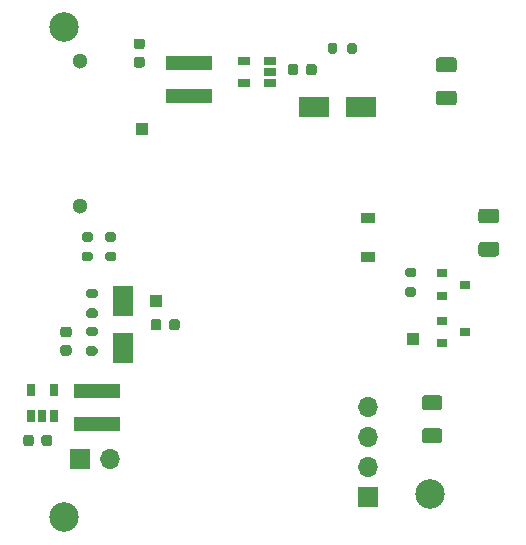
<source format=gbr>
%TF.GenerationSoftware,KiCad,Pcbnew,(5.1.10)-1*%
%TF.CreationDate,2022-05-30T19:02:36+03:00*%
%TF.ProjectId,night-light,6e696768-742d-46c6-9967-68742e6b6963,rev?*%
%TF.SameCoordinates,Original*%
%TF.FileFunction,Soldermask,Top*%
%TF.FilePolarity,Negative*%
%FSLAX46Y46*%
G04 Gerber Fmt 4.6, Leading zero omitted, Abs format (unit mm)*
G04 Created by KiCad (PCBNEW (5.1.10)-1) date 2022-05-30 19:02:36*
%MOMM*%
%LPD*%
G01*
G04 APERTURE LIST*
%ADD10C,2.500000*%
%ADD11R,1.000000X1.000000*%
%ADD12R,1.200000X0.900000*%
%ADD13R,3.900000X1.200000*%
%ADD14R,1.060000X0.650000*%
%ADD15R,0.650000X1.060000*%
%ADD16C,1.300000*%
%ADD17R,0.900000X0.800000*%
%ADD18O,1.700000X1.700000*%
%ADD19R,1.700000X1.700000*%
%ADD20R,2.500000X1.800000*%
%ADD21R,1.800000X2.500000*%
G04 APERTURE END LIST*
D10*
%TO.C,REF\u002A\u002A*%
X55800000Y-60100000D03*
%TD*%
%TO.C,REF\u002A\u002A*%
X24800000Y-20600000D03*
%TD*%
%TO.C,REF\u002A\u002A*%
X24800000Y-62100000D03*
%TD*%
D11*
%TO.C,REF\u002A\u002A*%
X31400000Y-29200000D03*
%TD*%
%TO.C,REF\u002A\u002A*%
X32600000Y-43800000D03*
%TD*%
%TO.C,REF\u002A\u002A*%
X54400000Y-47000000D03*
%TD*%
D12*
%TO.C,D1*%
X50600000Y-36750000D03*
X50600000Y-40050000D03*
%TD*%
D13*
%TO.C,L2*%
X35400000Y-26400000D03*
X35400000Y-23600000D03*
%TD*%
%TO.C,L1*%
X27600000Y-51400000D03*
X27600000Y-54200000D03*
%TD*%
D14*
%TO.C,U2*%
X40100000Y-25350000D03*
X40100000Y-23450000D03*
X42300000Y-23450000D03*
X42300000Y-24400000D03*
X42300000Y-25350000D03*
%TD*%
D15*
%TO.C,U1*%
X22050000Y-51300000D03*
X23950000Y-51300000D03*
X23950000Y-53500000D03*
X23000000Y-53500000D03*
X22050000Y-53500000D03*
%TD*%
D16*
%TO.C,SW1*%
X26200000Y-35750000D03*
X26200000Y-23450000D03*
%TD*%
%TO.C,R6*%
G36*
G01*
X47975000Y-22125000D02*
X47975000Y-22675000D01*
G75*
G02*
X47775000Y-22875000I-200000J0D01*
G01*
X47375000Y-22875000D01*
G75*
G02*
X47175000Y-22675000I0J200000D01*
G01*
X47175000Y-22125000D01*
G75*
G02*
X47375000Y-21925000I200000J0D01*
G01*
X47775000Y-21925000D01*
G75*
G02*
X47975000Y-22125000I0J-200000D01*
G01*
G37*
G36*
G01*
X49625000Y-22125000D02*
X49625000Y-22675000D01*
G75*
G02*
X49425000Y-22875000I-200000J0D01*
G01*
X49025000Y-22875000D01*
G75*
G02*
X48825000Y-22675000I0J200000D01*
G01*
X48825000Y-22125000D01*
G75*
G02*
X49025000Y-21925000I200000J0D01*
G01*
X49425000Y-21925000D01*
G75*
G02*
X49625000Y-22125000I0J-200000D01*
G01*
G37*
%TD*%
%TO.C,R5*%
G36*
G01*
X53925000Y-42625000D02*
X54475000Y-42625000D01*
G75*
G02*
X54675000Y-42825000I0J-200000D01*
G01*
X54675000Y-43225000D01*
G75*
G02*
X54475000Y-43425000I-200000J0D01*
G01*
X53925000Y-43425000D01*
G75*
G02*
X53725000Y-43225000I0J200000D01*
G01*
X53725000Y-42825000D01*
G75*
G02*
X53925000Y-42625000I200000J0D01*
G01*
G37*
G36*
G01*
X53925000Y-40975000D02*
X54475000Y-40975000D01*
G75*
G02*
X54675000Y-41175000I0J-200000D01*
G01*
X54675000Y-41575000D01*
G75*
G02*
X54475000Y-41775000I-200000J0D01*
G01*
X53925000Y-41775000D01*
G75*
G02*
X53725000Y-41575000I0J200000D01*
G01*
X53725000Y-41175000D01*
G75*
G02*
X53925000Y-40975000I200000J0D01*
G01*
G37*
%TD*%
%TO.C,R4*%
G36*
G01*
X27475000Y-43575000D02*
X26925000Y-43575000D01*
G75*
G02*
X26725000Y-43375000I0J200000D01*
G01*
X26725000Y-42975000D01*
G75*
G02*
X26925000Y-42775000I200000J0D01*
G01*
X27475000Y-42775000D01*
G75*
G02*
X27675000Y-42975000I0J-200000D01*
G01*
X27675000Y-43375000D01*
G75*
G02*
X27475000Y-43575000I-200000J0D01*
G01*
G37*
G36*
G01*
X27475000Y-45225000D02*
X26925000Y-45225000D01*
G75*
G02*
X26725000Y-45025000I0J200000D01*
G01*
X26725000Y-44625000D01*
G75*
G02*
X26925000Y-44425000I200000J0D01*
G01*
X27475000Y-44425000D01*
G75*
G02*
X27675000Y-44625000I0J-200000D01*
G01*
X27675000Y-45025000D01*
G75*
G02*
X27475000Y-45225000I-200000J0D01*
G01*
G37*
%TD*%
%TO.C,R3*%
G36*
G01*
X27475000Y-46775000D02*
X26925000Y-46775000D01*
G75*
G02*
X26725000Y-46575000I0J200000D01*
G01*
X26725000Y-46175000D01*
G75*
G02*
X26925000Y-45975000I200000J0D01*
G01*
X27475000Y-45975000D01*
G75*
G02*
X27675000Y-46175000I0J-200000D01*
G01*
X27675000Y-46575000D01*
G75*
G02*
X27475000Y-46775000I-200000J0D01*
G01*
G37*
G36*
G01*
X27475000Y-48425000D02*
X26925000Y-48425000D01*
G75*
G02*
X26725000Y-48225000I0J200000D01*
G01*
X26725000Y-47825000D01*
G75*
G02*
X26925000Y-47625000I200000J0D01*
G01*
X27475000Y-47625000D01*
G75*
G02*
X27675000Y-47825000I0J-200000D01*
G01*
X27675000Y-48225000D01*
G75*
G02*
X27475000Y-48425000I-200000J0D01*
G01*
G37*
%TD*%
%TO.C,R2*%
G36*
G01*
X29075000Y-38775000D02*
X28525000Y-38775000D01*
G75*
G02*
X28325000Y-38575000I0J200000D01*
G01*
X28325000Y-38175000D01*
G75*
G02*
X28525000Y-37975000I200000J0D01*
G01*
X29075000Y-37975000D01*
G75*
G02*
X29275000Y-38175000I0J-200000D01*
G01*
X29275000Y-38575000D01*
G75*
G02*
X29075000Y-38775000I-200000J0D01*
G01*
G37*
G36*
G01*
X29075000Y-40425000D02*
X28525000Y-40425000D01*
G75*
G02*
X28325000Y-40225000I0J200000D01*
G01*
X28325000Y-39825000D01*
G75*
G02*
X28525000Y-39625000I200000J0D01*
G01*
X29075000Y-39625000D01*
G75*
G02*
X29275000Y-39825000I0J-200000D01*
G01*
X29275000Y-40225000D01*
G75*
G02*
X29075000Y-40425000I-200000J0D01*
G01*
G37*
%TD*%
%TO.C,R1*%
G36*
G01*
X26525000Y-39625000D02*
X27075000Y-39625000D01*
G75*
G02*
X27275000Y-39825000I0J-200000D01*
G01*
X27275000Y-40225000D01*
G75*
G02*
X27075000Y-40425000I-200000J0D01*
G01*
X26525000Y-40425000D01*
G75*
G02*
X26325000Y-40225000I0J200000D01*
G01*
X26325000Y-39825000D01*
G75*
G02*
X26525000Y-39625000I200000J0D01*
G01*
G37*
G36*
G01*
X26525000Y-37975000D02*
X27075000Y-37975000D01*
G75*
G02*
X27275000Y-38175000I0J-200000D01*
G01*
X27275000Y-38575000D01*
G75*
G02*
X27075000Y-38775000I-200000J0D01*
G01*
X26525000Y-38775000D01*
G75*
G02*
X26325000Y-38575000I0J200000D01*
G01*
X26325000Y-38175000D01*
G75*
G02*
X26525000Y-37975000I200000J0D01*
G01*
G37*
%TD*%
D17*
%TO.C,Q2*%
X58800000Y-46400000D03*
X56800000Y-47350000D03*
X56800000Y-45450000D03*
%TD*%
%TO.C,Q1*%
X58800000Y-42400000D03*
X56800000Y-43350000D03*
X56800000Y-41450000D03*
%TD*%
D18*
%TO.C,J2*%
X28740000Y-57200000D03*
D19*
X26200000Y-57200000D03*
%TD*%
D18*
%TO.C,J1*%
X50600000Y-52780000D03*
X50600000Y-55320000D03*
X50600000Y-57860000D03*
D19*
X50600000Y-60400000D03*
%TD*%
D20*
%TO.C,D6*%
X46000000Y-27400000D03*
X50000000Y-27400000D03*
%TD*%
%TO.C,D5*%
G36*
G01*
X55375000Y-54575000D02*
X56625000Y-54575000D01*
G75*
G02*
X56875000Y-54825000I0J-250000D01*
G01*
X56875000Y-55575000D01*
G75*
G02*
X56625000Y-55825000I-250000J0D01*
G01*
X55375000Y-55825000D01*
G75*
G02*
X55125000Y-55575000I0J250000D01*
G01*
X55125000Y-54825000D01*
G75*
G02*
X55375000Y-54575000I250000J0D01*
G01*
G37*
G36*
G01*
X55375000Y-51775000D02*
X56625000Y-51775000D01*
G75*
G02*
X56875000Y-52025000I0J-250000D01*
G01*
X56875000Y-52775000D01*
G75*
G02*
X56625000Y-53025000I-250000J0D01*
G01*
X55375000Y-53025000D01*
G75*
G02*
X55125000Y-52775000I0J250000D01*
G01*
X55125000Y-52025000D01*
G75*
G02*
X55375000Y-51775000I250000J0D01*
G01*
G37*
%TD*%
%TO.C,D4*%
G36*
G01*
X60175000Y-38775000D02*
X61425000Y-38775000D01*
G75*
G02*
X61675000Y-39025000I0J-250000D01*
G01*
X61675000Y-39775000D01*
G75*
G02*
X61425000Y-40025000I-250000J0D01*
G01*
X60175000Y-40025000D01*
G75*
G02*
X59925000Y-39775000I0J250000D01*
G01*
X59925000Y-39025000D01*
G75*
G02*
X60175000Y-38775000I250000J0D01*
G01*
G37*
G36*
G01*
X60175000Y-35975000D02*
X61425000Y-35975000D01*
G75*
G02*
X61675000Y-36225000I0J-250000D01*
G01*
X61675000Y-36975000D01*
G75*
G02*
X61425000Y-37225000I-250000J0D01*
G01*
X60175000Y-37225000D01*
G75*
G02*
X59925000Y-36975000I0J250000D01*
G01*
X59925000Y-36225000D01*
G75*
G02*
X60175000Y-35975000I250000J0D01*
G01*
G37*
%TD*%
%TO.C,D3*%
G36*
G01*
X57825000Y-24425000D02*
X56575000Y-24425000D01*
G75*
G02*
X56325000Y-24175000I0J250000D01*
G01*
X56325000Y-23425000D01*
G75*
G02*
X56575000Y-23175000I250000J0D01*
G01*
X57825000Y-23175000D01*
G75*
G02*
X58075000Y-23425000I0J-250000D01*
G01*
X58075000Y-24175000D01*
G75*
G02*
X57825000Y-24425000I-250000J0D01*
G01*
G37*
G36*
G01*
X57825000Y-27225000D02*
X56575000Y-27225000D01*
G75*
G02*
X56325000Y-26975000I0J250000D01*
G01*
X56325000Y-26225000D01*
G75*
G02*
X56575000Y-25975000I250000J0D01*
G01*
X57825000Y-25975000D01*
G75*
G02*
X58075000Y-26225000I0J-250000D01*
G01*
X58075000Y-26975000D01*
G75*
G02*
X57825000Y-27225000I-250000J0D01*
G01*
G37*
%TD*%
D21*
%TO.C,D2*%
X29800000Y-47800000D03*
X29800000Y-43800000D03*
%TD*%
%TO.C,C8*%
G36*
G01*
X45325000Y-24450000D02*
X45325000Y-23950000D01*
G75*
G02*
X45550000Y-23725000I225000J0D01*
G01*
X46000000Y-23725000D01*
G75*
G02*
X46225000Y-23950000I0J-225000D01*
G01*
X46225000Y-24450000D01*
G75*
G02*
X46000000Y-24675000I-225000J0D01*
G01*
X45550000Y-24675000D01*
G75*
G02*
X45325000Y-24450000I0J225000D01*
G01*
G37*
G36*
G01*
X43775000Y-24450000D02*
X43775000Y-23950000D01*
G75*
G02*
X44000000Y-23725000I225000J0D01*
G01*
X44450000Y-23725000D01*
G75*
G02*
X44675000Y-23950000I0J-225000D01*
G01*
X44675000Y-24450000D01*
G75*
G02*
X44450000Y-24675000I-225000J0D01*
G01*
X44000000Y-24675000D01*
G75*
G02*
X43775000Y-24450000I0J225000D01*
G01*
G37*
%TD*%
%TO.C,C7*%
G36*
G01*
X31450000Y-22475000D02*
X30950000Y-22475000D01*
G75*
G02*
X30725000Y-22250000I0J225000D01*
G01*
X30725000Y-21800000D01*
G75*
G02*
X30950000Y-21575000I225000J0D01*
G01*
X31450000Y-21575000D01*
G75*
G02*
X31675000Y-21800000I0J-225000D01*
G01*
X31675000Y-22250000D01*
G75*
G02*
X31450000Y-22475000I-225000J0D01*
G01*
G37*
G36*
G01*
X31450000Y-24025000D02*
X30950000Y-24025000D01*
G75*
G02*
X30725000Y-23800000I0J225000D01*
G01*
X30725000Y-23350000D01*
G75*
G02*
X30950000Y-23125000I225000J0D01*
G01*
X31450000Y-23125000D01*
G75*
G02*
X31675000Y-23350000I0J-225000D01*
G01*
X31675000Y-23800000D01*
G75*
G02*
X31450000Y-24025000I-225000J0D01*
G01*
G37*
%TD*%
%TO.C,C5*%
G36*
G01*
X25250000Y-46875000D02*
X24750000Y-46875000D01*
G75*
G02*
X24525000Y-46650000I0J225000D01*
G01*
X24525000Y-46200000D01*
G75*
G02*
X24750000Y-45975000I225000J0D01*
G01*
X25250000Y-45975000D01*
G75*
G02*
X25475000Y-46200000I0J-225000D01*
G01*
X25475000Y-46650000D01*
G75*
G02*
X25250000Y-46875000I-225000J0D01*
G01*
G37*
G36*
G01*
X25250000Y-48425000D02*
X24750000Y-48425000D01*
G75*
G02*
X24525000Y-48200000I0J225000D01*
G01*
X24525000Y-47750000D01*
G75*
G02*
X24750000Y-47525000I225000J0D01*
G01*
X25250000Y-47525000D01*
G75*
G02*
X25475000Y-47750000I0J-225000D01*
G01*
X25475000Y-48200000D01*
G75*
G02*
X25250000Y-48425000I-225000J0D01*
G01*
G37*
%TD*%
%TO.C,C4*%
G36*
G01*
X33075000Y-45550000D02*
X33075000Y-46050000D01*
G75*
G02*
X32850000Y-46275000I-225000J0D01*
G01*
X32400000Y-46275000D01*
G75*
G02*
X32175000Y-46050000I0J225000D01*
G01*
X32175000Y-45550000D01*
G75*
G02*
X32400000Y-45325000I225000J0D01*
G01*
X32850000Y-45325000D01*
G75*
G02*
X33075000Y-45550000I0J-225000D01*
G01*
G37*
G36*
G01*
X34625000Y-45550000D02*
X34625000Y-46050000D01*
G75*
G02*
X34400000Y-46275000I-225000J0D01*
G01*
X33950000Y-46275000D01*
G75*
G02*
X33725000Y-46050000I0J225000D01*
G01*
X33725000Y-45550000D01*
G75*
G02*
X33950000Y-45325000I225000J0D01*
G01*
X34400000Y-45325000D01*
G75*
G02*
X34625000Y-45550000I0J-225000D01*
G01*
G37*
%TD*%
%TO.C,C3*%
G36*
G01*
X22925000Y-55850000D02*
X22925000Y-55350000D01*
G75*
G02*
X23150000Y-55125000I225000J0D01*
G01*
X23600000Y-55125000D01*
G75*
G02*
X23825000Y-55350000I0J-225000D01*
G01*
X23825000Y-55850000D01*
G75*
G02*
X23600000Y-56075000I-225000J0D01*
G01*
X23150000Y-56075000D01*
G75*
G02*
X22925000Y-55850000I0J225000D01*
G01*
G37*
G36*
G01*
X21375000Y-55850000D02*
X21375000Y-55350000D01*
G75*
G02*
X21600000Y-55125000I225000J0D01*
G01*
X22050000Y-55125000D01*
G75*
G02*
X22275000Y-55350000I0J-225000D01*
G01*
X22275000Y-55850000D01*
G75*
G02*
X22050000Y-56075000I-225000J0D01*
G01*
X21600000Y-56075000D01*
G75*
G02*
X21375000Y-55850000I0J225000D01*
G01*
G37*
%TD*%
M02*

</source>
